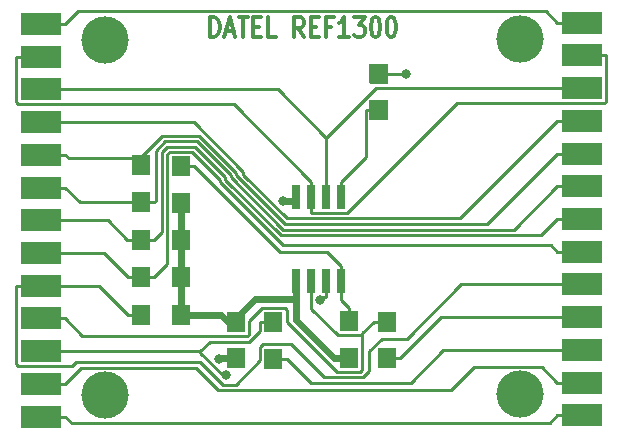
<source format=gbr>
%TF.GenerationSoftware,KiCad,Pcbnew,(6.0.2)*%
%TF.CreationDate,2022-08-16T14:57:48-05:00*%
%TF.ProjectId,REF1300,52454631-3330-4302-9e6b-696361645f70,rev?*%
%TF.SameCoordinates,Original*%
%TF.FileFunction,Copper,L1,Top*%
%TF.FilePolarity,Positive*%
%FSLAX46Y46*%
G04 Gerber Fmt 4.6, Leading zero omitted, Abs format (unit mm)*
G04 Created by KiCad (PCBNEW (6.0.2)) date 2022-08-16 14:57:48*
%MOMM*%
%LPD*%
G01*
G04 APERTURE LIST*
%TA.AperFunction,NonConductor*%
%ADD10C,0.000000*%
%TD*%
%ADD11C,0.300000*%
%TA.AperFunction,NonConductor*%
%ADD12C,0.300000*%
%TD*%
%TA.AperFunction,SMDPad,CuDef*%
%ADD13R,1.600000X1.670000*%
%TD*%
%TA.AperFunction,SMDPad,CuDef*%
%ADD14R,0.750000X2.000000*%
%TD*%
%TA.AperFunction,ComponentPad*%
%ADD15C,4.000000*%
%TD*%
%TA.AperFunction,SMDPad,CuDef*%
%ADD16R,3.480000X1.846667*%
%TD*%
%TA.AperFunction,ViaPad*%
%ADD17C,0.800000*%
%TD*%
%TA.AperFunction,Conductor*%
%ADD18C,0.600000*%
%TD*%
%TA.AperFunction,Conductor*%
%ADD19C,0.250000*%
%TD*%
G04 APERTURE END LIST*
D10*
G36*
X152494700Y-91381400D02*
G01*
X150894700Y-91381400D01*
X150894700Y-89711400D01*
X152494700Y-89711400D01*
X152494700Y-91381400D01*
G37*
G36*
X152494700Y-88285700D02*
G01*
X150894700Y-88285700D01*
X150894700Y-86615700D01*
X152494700Y-86615700D01*
X152494700Y-88285700D01*
G37*
D11*
D12*
X137408666Y-84356047D02*
X137408666Y-82656047D01*
X137742000Y-82656047D01*
X137942000Y-82737000D01*
X138075333Y-82898904D01*
X138142000Y-83060809D01*
X138208666Y-83384619D01*
X138208666Y-83627476D01*
X138142000Y-83951285D01*
X138075333Y-84113190D01*
X137942000Y-84275095D01*
X137742000Y-84356047D01*
X137408666Y-84356047D01*
X138742000Y-83870333D02*
X139408666Y-83870333D01*
X138608666Y-84356047D02*
X139075333Y-82656047D01*
X139542000Y-84356047D01*
X139808666Y-82656047D02*
X140608666Y-82656047D01*
X140208666Y-84356047D02*
X140208666Y-82656047D01*
X141075333Y-83465571D02*
X141542000Y-83465571D01*
X141742000Y-84356047D02*
X141075333Y-84356047D01*
X141075333Y-82656047D01*
X141742000Y-82656047D01*
X143008666Y-84356047D02*
X142342000Y-84356047D01*
X142342000Y-82656047D01*
X145342000Y-84356047D02*
X144875333Y-83546523D01*
X144542000Y-84356047D02*
X144542000Y-82656047D01*
X145075333Y-82656047D01*
X145208666Y-82737000D01*
X145275333Y-82817952D01*
X145342000Y-82979857D01*
X145342000Y-83222714D01*
X145275333Y-83384619D01*
X145208666Y-83465571D01*
X145075333Y-83546523D01*
X144542000Y-83546523D01*
X145942000Y-83465571D02*
X146408666Y-83465571D01*
X146608666Y-84356047D02*
X145942000Y-84356047D01*
X145942000Y-82656047D01*
X146608666Y-82656047D01*
X147675333Y-83465571D02*
X147208666Y-83465571D01*
X147208666Y-84356047D02*
X147208666Y-82656047D01*
X147875333Y-82656047D01*
X149142000Y-84356047D02*
X148342000Y-84356047D01*
X148742000Y-84356047D02*
X148742000Y-82656047D01*
X148608666Y-82898904D01*
X148475333Y-83060809D01*
X148342000Y-83141761D01*
X149608666Y-82656047D02*
X150475333Y-82656047D01*
X150008666Y-83303666D01*
X150208666Y-83303666D01*
X150342000Y-83384619D01*
X150408666Y-83465571D01*
X150475333Y-83627476D01*
X150475333Y-84032238D01*
X150408666Y-84194142D01*
X150342000Y-84275095D01*
X150208666Y-84356047D01*
X149808666Y-84356047D01*
X149675333Y-84275095D01*
X149608666Y-84194142D01*
X151342000Y-82656047D02*
X151475333Y-82656047D01*
X151608666Y-82737000D01*
X151675333Y-82817952D01*
X151742000Y-82979857D01*
X151808666Y-83303666D01*
X151808666Y-83708428D01*
X151742000Y-84032238D01*
X151675333Y-84194142D01*
X151608666Y-84275095D01*
X151475333Y-84356047D01*
X151342000Y-84356047D01*
X151208666Y-84275095D01*
X151142000Y-84194142D01*
X151075333Y-84032238D01*
X151008666Y-83708428D01*
X151008666Y-83303666D01*
X151075333Y-82979857D01*
X151142000Y-82817952D01*
X151208666Y-82737000D01*
X151342000Y-82656047D01*
X152675333Y-82656047D02*
X152808666Y-82656047D01*
X152942000Y-82737000D01*
X153008666Y-82817952D01*
X153075333Y-82979857D01*
X153142000Y-83303666D01*
X153142000Y-83708428D01*
X153075333Y-84032238D01*
X153008666Y-84194142D01*
X152942000Y-84275095D01*
X152808666Y-84356047D01*
X152675333Y-84356047D01*
X152542000Y-84275095D01*
X152475333Y-84194142D01*
X152408666Y-84032238D01*
X152342000Y-83708428D01*
X152342000Y-83303666D01*
X152408666Y-82979857D01*
X152475333Y-82817952D01*
X152542000Y-82737000D01*
X152675333Y-82656047D01*
D13*
%TO.P,R3 220 Ohm,1*%
%TO.N,/Male_ACK*%
X152365000Y-108465500D03*
%TO.P,R3 220 Ohm,2*%
%TO.N,/Female_ACK*%
X152365000Y-111566500D03*
%TD*%
%TO.P,R4 220 Ohm,1*%
%TO.N,/Error*%
X151693000Y-87446000D03*
%TO.P,R4 220 Ohm,2*%
%TO.N,/GP2*%
X151693000Y-90547000D03*
%TD*%
D14*
%TO.P,U1,1,VDD*%
%TO.N,/VCC*%
X144668000Y-105027000D03*
%TO.P,U1,2,GP5*%
%TO.N,/Male_ACK*%
X145975000Y-105025000D03*
%TO.P,U1,3,GP4*%
%TO.N,/Male_BUSY*%
X147245000Y-105028000D03*
%TO.P,U1,4,GP3*%
%TO.N,/GP3*%
X148517000Y-105026000D03*
%TO.P,U1,5,GP2*%
%TO.N,/GP2*%
X148516000Y-97924000D03*
%TO.P,U1,6,GP1*%
%TO.N,/D1*%
X147249000Y-97922000D03*
%TO.P,U1,7,GP0*%
%TO.N,/D0*%
X145973000Y-97922000D03*
%TO.P,U1,8,VSS*%
%TO.N,/GND*%
X144665000Y-97923000D03*
%TD*%
D15*
%TO.P,Hole2,1*%
%TO.N,N/C*%
X163620000Y-84536000D03*
%TD*%
%TO.P,Hole1,1*%
%TO.N,N/C*%
X128492000Y-84641000D03*
%TD*%
%TO.P,Hole4,1*%
%TO.N,N/C*%
X163646000Y-114607000D03*
%TD*%
D16*
%TO.P,J2,1,1*%
%TO.N,/Strobe*%
X168877000Y-83143000D03*
%TO.P,J2,2,2*%
%TO.N,/D0*%
X168877000Y-85913000D03*
%TO.P,J2,3,3*%
%TO.N,/D1*%
X168877000Y-88683000D03*
%TO.P,J2,4,4*%
%TO.N,/D2*%
X168877000Y-91453000D03*
%TO.P,J2,5,5*%
%TO.N,/D3*%
X168877000Y-94223000D03*
%TO.P,J2,6,6*%
%TO.N,/D4*%
X168877000Y-96993000D03*
%TO.P,J2,7,7*%
%TO.N,/D5*%
X168877000Y-99763000D03*
%TO.P,J2,8,8*%
%TO.N,/D6*%
X168877000Y-102533000D03*
%TO.P,J2,9,9*%
%TO.N,/D7*%
X168877000Y-105303000D03*
%TO.P,J2,10,10*%
%TO.N,/Female_ACK*%
X168877000Y-108073000D03*
%TO.P,J2,11,11*%
%TO.N,/Female_BUSY*%
X168877000Y-110843000D03*
%TO.P,J2,12,12*%
%TO.N,/Paper_Out*%
X168877000Y-113613000D03*
%TO.P,J2,13,13*%
%TO.N,/Select*%
X168877000Y-116383000D03*
%TD*%
D13*
%TO.P,C1 100 nF,1*%
%TO.N,/VCC*%
X139580000Y-108466500D03*
%TO.P,C1 100 nF,2*%
%TO.N,/GND*%
X139580000Y-111567500D03*
%TD*%
%TO.P,D4,1,K*%
%TO.N,/D6*%
X131534000Y-104652000D03*
%TO.P,D4,2,A*%
%TO.N,/VCC*%
X134902000Y-104692000D03*
%TD*%
D15*
%TO.P,Hole3,1*%
%TO.N,N/C*%
X128474000Y-114701000D03*
%TD*%
D13*
%TO.P,D5,1,K*%
%TO.N,/D7*%
X131534000Y-107850000D03*
%TO.P,D5,2,A*%
%TO.N,/VCC*%
X134902000Y-107890000D03*
%TD*%
D16*
%TO.P,J1,13,13*%
%TO.N,/Select*%
X123059000Y-116493000D03*
%TO.P,J1,12,12*%
%TO.N,/Paper_Out*%
X123059000Y-113723000D03*
%TO.P,J1,11,11*%
%TO.N,/Male_BUSY*%
X123059000Y-110953000D03*
%TO.P,J1,10,10*%
%TO.N,/Male_ACK*%
X123059000Y-108183000D03*
%TO.P,J1,9,9*%
%TO.N,/D7*%
X123059000Y-105413000D03*
%TO.P,J1,8,8*%
%TO.N,/D6*%
X123059000Y-102643000D03*
%TO.P,J1,7,7*%
%TO.N,/D5*%
X123059000Y-99873000D03*
%TO.P,J1,6,6*%
%TO.N,/D4*%
X123059000Y-97103000D03*
%TO.P,J1,5,5*%
%TO.N,/D3*%
X123059000Y-94333000D03*
%TO.P,J1,4,4*%
%TO.N,/D2*%
X123059000Y-91563000D03*
%TO.P,J1,3,3*%
%TO.N,/D1*%
X123059000Y-88793000D03*
%TO.P,J1,2,2*%
%TO.N,/D0*%
X123059000Y-86023000D03*
%TO.P,J1,1,1*%
%TO.N,/Strobe*%
X123059000Y-83253000D03*
%TD*%
D13*
%TO.P,D3,1,K*%
%TO.N,/D5*%
X131531000Y-101520000D03*
%TO.P,D3,2,A*%
%TO.N,/VCC*%
X134899000Y-101560000D03*
%TD*%
%TO.P,D1,1,K*%
%TO.N,/GP3*%
X134921000Y-95251000D03*
%TO.P,D1,2,A*%
%TO.N,/D3*%
X131553000Y-95211000D03*
%TD*%
%TO.P,D2,1,K*%
%TO.N,/D4*%
X131536000Y-98352000D03*
%TO.P,D2,2,A*%
%TO.N,/VCC*%
X134904000Y-98392000D03*
%TD*%
%TO.P,R1 220 Ohm,1*%
%TO.N,/Male_BUSY*%
X142764000Y-108481500D03*
%TO.P,R1 220 Ohm,2*%
%TO.N,/Female_BUSY*%
X142764000Y-111582500D03*
%TD*%
%TO.P,R2 10k Ohm,1*%
%TO.N,/GP3*%
X149153000Y-108426500D03*
%TO.P,R2 10k Ohm,2*%
%TO.N,/VCC*%
X149153000Y-111527500D03*
%TD*%
D17*
%TO.N,/Male_BUSY*%
X138751800Y-113005100D03*
X146732600Y-106628400D03*
%TO.N,/GND*%
X138134600Y-111619000D03*
X143581500Y-98273600D03*
%TO.N,/Error*%
X154007200Y-87469100D03*
%TD*%
D18*
%TO.N,/VCC*%
X147852900Y-111527500D02*
X144668000Y-108342600D01*
X134902000Y-107890000D02*
X134902000Y-104692000D01*
X139255000Y-108466500D02*
X141194400Y-106527100D01*
X149153000Y-111527500D02*
X147852900Y-111527500D01*
X144668000Y-108342600D02*
X144668000Y-106527100D01*
X139580000Y-108466500D02*
X139255000Y-108466500D01*
X138353500Y-107890000D02*
X138930000Y-108466500D01*
X134899000Y-103353900D02*
X134902000Y-103356900D01*
X144668000Y-105027000D02*
X144668000Y-106527100D01*
X134904000Y-99727100D02*
X134899000Y-99732100D01*
X134902000Y-107890000D02*
X138353500Y-107890000D01*
X134902000Y-104692000D02*
X134902000Y-103356900D01*
X134899000Y-99732100D02*
X134899000Y-101560000D01*
X141194400Y-106527100D02*
X144668000Y-106527100D01*
X134904000Y-98392000D02*
X134904000Y-99727100D01*
X139255000Y-108466500D02*
X138930000Y-108466500D01*
X134899000Y-101560000D02*
X134899000Y-103353900D01*
D19*
%TO.N,/Male_ACK*%
X145975000Y-107347400D02*
X145975000Y-105025000D01*
X150278200Y-109427200D02*
X151239900Y-108465500D01*
X150278200Y-109591100D02*
X148218700Y-109591100D01*
X143705700Y-107321300D02*
X143889200Y-107504800D01*
X143889200Y-107504800D02*
X143889200Y-108450600D01*
X152365000Y-108465500D02*
X151239900Y-108465500D01*
X123059000Y-108183000D02*
X125124100Y-108183000D01*
X150278200Y-112578000D02*
X150278200Y-109591100D01*
X148166700Y-112728100D02*
X150128100Y-112728100D01*
X150128100Y-112728100D02*
X150278200Y-112578000D01*
X126569900Y-109628800D02*
X140574300Y-109628800D01*
X150278200Y-109591100D02*
X150278200Y-109427200D01*
X143889200Y-108450600D02*
X148166700Y-112728100D01*
X140705200Y-109497900D02*
X140705200Y-108412100D01*
X140574300Y-109628800D02*
X140705200Y-109497900D01*
X140705200Y-108412100D02*
X141796000Y-107321300D01*
X148218700Y-109591100D02*
X145975000Y-107347400D01*
X141796000Y-107321300D02*
X143705700Y-107321300D01*
X125124100Y-108183000D02*
X126569900Y-109628800D01*
%TO.N,/Male_BUSY*%
X125124100Y-110953000D02*
X136560200Y-110953000D01*
X136560200Y-111113600D02*
X138451700Y-113005100D01*
X147245000Y-105028000D02*
X147245000Y-106353100D01*
X147007900Y-106353100D02*
X146732600Y-106628400D01*
X138451700Y-113005100D02*
X138751800Y-113005100D01*
X147245000Y-106353100D02*
X147007900Y-106353100D01*
X136560200Y-110953000D02*
X136560200Y-111113600D01*
X142764000Y-108481500D02*
X141638900Y-108481500D01*
X140688100Y-110154800D02*
X137358400Y-110154800D01*
X137358400Y-110154800D02*
X136560200Y-110953000D01*
X141638900Y-109204000D02*
X140688100Y-110154800D01*
X123059000Y-110953000D02*
X125124100Y-110953000D01*
X141638900Y-108481500D02*
X141638900Y-109204000D01*
%TO.N,/GP3*%
X148517000Y-106630400D02*
X148517000Y-105026000D01*
X149153000Y-108426500D02*
X149153000Y-107266400D01*
X143316800Y-102521700D02*
X147337800Y-102521700D01*
X134921000Y-95251000D02*
X136046100Y-95251000D01*
X147337800Y-102521700D02*
X148517000Y-103700900D01*
X136046100Y-95251000D02*
X143316800Y-102521700D01*
X149153000Y-107266400D02*
X148517000Y-106630400D01*
X148517000Y-105026000D02*
X148517000Y-103700900D01*
%TO.N,/GP2*%
X150567900Y-90547000D02*
X150567900Y-94547000D01*
X151693000Y-90547000D02*
X150567900Y-90547000D01*
X150567900Y-94547000D02*
X148516000Y-96598900D01*
X148516000Y-97924000D02*
X148516000Y-96598900D01*
%TO.N,/D1*%
X143161600Y-88793000D02*
X123059000Y-88793000D01*
X151446400Y-88683000D02*
X166811900Y-88683000D01*
X147249000Y-97922000D02*
X147249000Y-92880400D01*
X168877000Y-88683000D02*
X166811900Y-88683000D01*
X147249000Y-92880400D02*
X151446400Y-88683000D01*
X147249000Y-92880400D02*
X143161600Y-88793000D01*
%TO.N,/D0*%
X170942100Y-85913000D02*
X170942100Y-89785300D01*
X145975000Y-99249100D02*
X145973000Y-99247100D01*
X145973000Y-97922000D02*
X145973000Y-96596900D01*
X168877000Y-85913000D02*
X170942100Y-85913000D01*
X120993900Y-86023000D02*
X120993900Y-89895300D01*
X120993900Y-89895300D02*
X121140100Y-90041500D01*
X145973000Y-97922000D02*
X145973000Y-99247100D01*
X158344600Y-89931500D02*
X149027000Y-99249100D01*
X121140100Y-90041500D02*
X139417600Y-90041500D01*
X170942100Y-89785300D02*
X170795900Y-89931500D01*
X123059000Y-86023000D02*
X120993900Y-86023000D01*
X149027000Y-99249100D02*
X145975000Y-99249100D01*
X170795900Y-89931500D02*
X158344600Y-89931500D01*
X139417600Y-90041500D02*
X145973000Y-96596900D01*
D18*
%TO.N,/GND*%
X138228400Y-111619000D02*
X138279900Y-111567500D01*
X138134600Y-111619000D02*
X138228400Y-111619000D01*
X139580000Y-111567500D02*
X138279900Y-111567500D01*
X144665000Y-97923000D02*
X144314400Y-98273600D01*
X144314400Y-98273600D02*
X143581500Y-98273600D01*
D19*
%TO.N,/D3*%
X131553000Y-94504700D02*
X133331300Y-92726400D01*
X143747300Y-100171400D02*
X160863500Y-100171400D01*
X168877000Y-94223000D02*
X166811900Y-94223000D01*
X133331300Y-92726400D02*
X136461500Y-92726400D01*
X136461500Y-92726400D02*
X139598900Y-95863800D01*
X131553000Y-94630900D02*
X131553000Y-94504700D01*
X139598900Y-95863800D02*
X139598900Y-96023000D01*
X125422000Y-94630900D02*
X125124100Y-94333000D01*
X160863500Y-100171400D02*
X166811900Y-94223000D01*
X131553000Y-95211000D02*
X131553000Y-94630900D01*
X139598900Y-96023000D02*
X143747300Y-100171400D01*
X131553000Y-94630900D02*
X125422000Y-94630900D01*
X123059000Y-94333000D02*
X125124100Y-94333000D01*
%TO.N,/D4*%
X132098600Y-98352000D02*
X131536000Y-98352000D01*
X168877000Y-96993000D02*
X166811900Y-96993000D01*
X136282500Y-93183900D02*
X139148800Y-96050200D01*
X126373100Y-98352000D02*
X125124100Y-97103000D01*
X123059000Y-97103000D02*
X125124100Y-97103000D01*
X132813000Y-98200100D02*
X132813000Y-93969100D01*
X132661100Y-98352000D02*
X132813000Y-98200100D01*
X132813000Y-93969100D02*
X133598200Y-93183900D01*
X133598200Y-93183900D02*
X136282500Y-93183900D01*
X132098600Y-98352000D02*
X132661100Y-98352000D01*
X139148800Y-96050200D02*
X139148800Y-96209400D01*
X163134700Y-100670200D02*
X166811900Y-96993000D01*
X139148800Y-96209400D02*
X143609600Y-100670200D01*
X131536000Y-98352000D02*
X126373100Y-98352000D01*
X143609600Y-100670200D02*
X163134700Y-100670200D01*
%TO.N,/D5*%
X168877000Y-99763000D02*
X166811900Y-99763000D01*
X136096200Y-93634100D02*
X138698700Y-96236600D01*
X132656100Y-101520000D02*
X133323600Y-100852500D01*
X133323600Y-94095200D02*
X133784700Y-93634100D01*
X165454300Y-101120600D02*
X166811900Y-99763000D01*
X138698700Y-96236600D02*
X138698700Y-96418200D01*
X123059000Y-99873000D02*
X128758900Y-99873000D01*
X131531000Y-101520000D02*
X132656100Y-101520000D01*
X133784700Y-93634100D02*
X136096200Y-93634100D01*
X128758900Y-99873000D02*
X130405900Y-101520000D01*
X138698700Y-96418200D02*
X143401100Y-101120600D01*
X133323600Y-100852500D02*
X133323600Y-94095200D01*
X131531000Y-101520000D02*
X130405900Y-101520000D01*
X143401100Y-101120600D02*
X165454300Y-101120600D01*
%TO.N,/D6*%
X128399900Y-102643000D02*
X130408900Y-104652000D01*
X143586900Y-101950800D02*
X166229700Y-101950800D01*
X138248600Y-96612500D02*
X143586900Y-101950800D01*
X131534000Y-104652000D02*
X132659100Y-104652000D01*
X168877000Y-102533000D02*
X166811900Y-102533000D01*
X133773800Y-94281700D02*
X133971300Y-94084200D01*
X132659100Y-104652000D02*
X133773800Y-103537300D01*
X138248600Y-96433500D02*
X138248600Y-96612500D01*
X123059000Y-102643000D02*
X128399900Y-102643000D01*
X131534000Y-104652000D02*
X130408900Y-104652000D01*
X133773800Y-103537300D02*
X133773800Y-94281700D01*
X166229700Y-101950800D02*
X166811900Y-102533000D01*
X133971300Y-94084200D02*
X135899300Y-94084200D01*
X135899300Y-94084200D02*
X138248600Y-96433500D01*
%TO.N,/D7*%
X141638800Y-110594000D02*
X141853000Y-110379800D01*
X138476800Y-113781300D02*
X139572800Y-113781300D01*
X151924900Y-109878400D02*
X154066300Y-109878400D01*
X154066300Y-109878400D02*
X158641700Y-105303000D01*
X150843000Y-110960300D02*
X151924900Y-109878400D01*
X131534000Y-107850000D02*
X130408900Y-107850000D01*
X150314600Y-113178300D02*
X150843000Y-112649900D01*
X141638800Y-111715300D02*
X141638800Y-110594000D01*
X147081300Y-113178300D02*
X150314600Y-113178300D01*
X158641700Y-105303000D02*
X168877000Y-105303000D01*
X150843000Y-112649900D02*
X150843000Y-110960300D01*
X123059000Y-105413000D02*
X120993900Y-105413000D01*
X136559200Y-111863700D02*
X138476800Y-113781300D01*
X123059000Y-105413000D02*
X127971900Y-105413000D01*
X120993900Y-105413000D02*
X120993900Y-112053700D01*
X127971900Y-105413000D02*
X130408900Y-107850000D01*
X144282800Y-110379800D02*
X147081300Y-113178300D01*
X121141700Y-112201500D02*
X125725800Y-112201500D01*
X120993900Y-112053700D02*
X121141700Y-112201500D01*
X141853000Y-110379800D02*
X144282800Y-110379800D01*
X125725800Y-112201500D02*
X126063600Y-111863700D01*
X139572800Y-113781300D02*
X141638800Y-111715300D01*
X126063600Y-111863700D02*
X136559200Y-111863700D01*
%TO.N,/Female_BUSY*%
X143889100Y-111582500D02*
X145935000Y-113628400D01*
X142764000Y-111582500D02*
X143889100Y-111582500D01*
X154376000Y-113628400D02*
X157161400Y-110843000D01*
X157161400Y-110843000D02*
X168877000Y-110843000D01*
X145935000Y-113628400D02*
X154376000Y-113628400D01*
%TO.N,/Female_ACK*%
X153490100Y-111566500D02*
X156983600Y-108073000D01*
X156983600Y-108073000D02*
X168877000Y-108073000D01*
X152365000Y-111566500D02*
X153490100Y-111566500D01*
%TO.N,/Error*%
X151693000Y-87446000D02*
X152818100Y-87446000D01*
X152818100Y-87446000D02*
X153984100Y-87446000D01*
X153984100Y-87446000D02*
X154007200Y-87469100D01*
%TO.N,/Select*%
X123059000Y-116493000D02*
X125124100Y-116493000D01*
X166811900Y-116383000D02*
X166150100Y-117044800D01*
X125675900Y-117044800D02*
X125124100Y-116493000D01*
X166150100Y-117044800D02*
X125675900Y-117044800D01*
X168877000Y-116383000D02*
X166811900Y-116383000D01*
%TO.N,/Paper_Out*%
X165480700Y-112281800D02*
X166811900Y-113613000D01*
X123059000Y-113723000D02*
X125124100Y-113723000D01*
X136170500Y-112336800D02*
X138088300Y-114254600D01*
X157784500Y-114254600D02*
X159757300Y-112281800D01*
X138088300Y-114254600D02*
X157784500Y-114254600D01*
X168877000Y-113613000D02*
X166811900Y-113613000D01*
X159757300Y-112281800D02*
X165480700Y-112281800D01*
X125124100Y-113723000D02*
X126510300Y-112336800D01*
X126510300Y-112336800D02*
X136170500Y-112336800D01*
%TO.N,/D2*%
X166811900Y-91453000D02*
X158557300Y-99707600D01*
X168877000Y-91453000D02*
X166811900Y-91453000D01*
X143920100Y-99707600D02*
X140208300Y-95995800D01*
X136001700Y-91563000D02*
X123059000Y-91563000D01*
X158557300Y-99707600D02*
X143920100Y-99707600D01*
X140208300Y-95769600D02*
X136001700Y-91563000D01*
X140208300Y-95995800D02*
X140208300Y-95769600D01*
%TO.N,/Strobe*%
X165839000Y-82170100D02*
X126207000Y-82170100D01*
X123059000Y-83253000D02*
X125124100Y-83253000D01*
X126207000Y-82170100D02*
X125124100Y-83253000D01*
X168877000Y-83143000D02*
X166811900Y-83143000D01*
X166811900Y-83143000D02*
X165839000Y-82170100D01*
%TD*%
M02*

</source>
